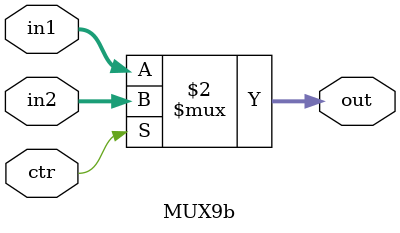
<source format=sv>
module MUX9b(in1, in2, ctr, out);

input [9 : 0] in1, in2;
input ctr;
output [9 : 0] out;

assign out = (ctr == 1) ? in2 : in1;

endmodule 
</source>
